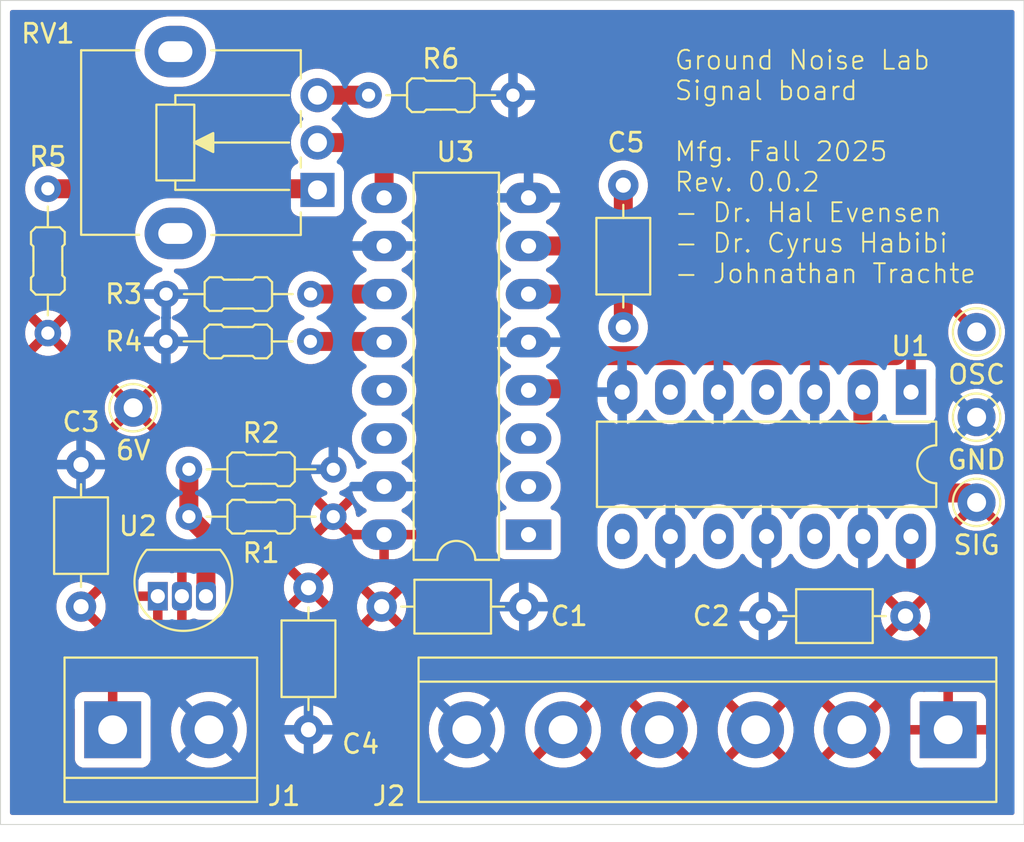
<source format=kicad_pcb>
(kicad_pcb (version 20241229) (generator "pcbnew") (generator_version "9.0")
  (layers (0 "F.Cu" signal) (2 "B.Cu" signal) (13 "F.Paste" user) (15 "B.Paste" user) (5 "F.SilkS" user "F.Silkscreen") (7 "B.SilkS" user "B.Silkscreen") (1 "F.Mask" user) (3 "B.Mask" user) (25 "Edge.Cuts" user))
  (net 0 "")
  (net 1 "Net-(U3-C1)")
  (net 2 "+9V")
  (net 3 "+6V")
  (net 4 "GND")
  (net 5 "/LDO_ADJ")
  (net 6 "/R1")
  (net 7 "OSC_Out")
  (net 13 "/R2")
  (net 14 "/VCO_IN")
  (net 15 "/CAP_FB")
  (net 16 "/SIG_Out")
  (net 22 "Net-(R5-Pad2)")
  (net 23 "Net-(R6-Pad1)")
  (footprint "Connector_Pin:Pin_D1.0mm_L10.0mm" (layer "F.Cu") (at 160 64)
    (property "Reference" "GND" (at 0 2.25 0) (layer "F.SilkS"))
    (property "Value" "GND")
    (fp_circle (center 0 0) (end 1.25 0.05) (stroke (width 0.12)) (fill no) (layer "F.SilkS"))
    (pad "1" thru_hole circle (at 0 0) (size 2 2) (drill 1) (layers "*.Cu" "*.Mask") (net 4 "GND"))
  )
  (footprint "Connector_Pin:Pin_D1.0mm_L10.0mm" (layer "F.Cu") (at 160 59.5)
    (property "Reference" "OSC" (at 0 2.25 0) (layer "F.SilkS"))
    (property "Value" "Osc")
    (fp_circle (center 0 0) (end 1.25 0.05) (stroke (width 0.12)) (fill no) (layer "F.SilkS"))
    (pad "1" thru_hole circle (at 0 0) (size 2 2) (drill 1) (layers "*.Cu" "*.Mask") (net 7 "OSC_Out"))
  )
  (footprint "Capacitor_THT:C_Axial_L3.8mm_D2.6mm_P7.50mm_Horizontal" (layer "F.Cu") (at 156.25 74.5 180)
    (property "Reference" "C2" (at 10.25 0 0) (layer "F.SilkS"))
    (property "Value" "0.1u")
    (fp_line (start 6.46 0) (end 5.77 0) (stroke (width 0.12)) (layer "F.SilkS"))
    (fp_line (start 5.77 1.42) (end 5.77 -1.42) (stroke (width 0.12)) (layer "F.SilkS"))
    (fp_line (start 5.77 -1.42) (end 1.73 -1.42) (stroke (width 0.12)) (layer "F.SilkS"))
    (fp_line (start 1.73 1.42) (end 5.77 1.42) (stroke (width 0.12)) (layer "F.SilkS"))
    (fp_line (start 1.73 -1.42) (end 1.73 1.42) (stroke (width 0.12)) (layer "F.SilkS"))
    (fp_line (start 1.04 0) (end 1.73 0) (stroke (width 0.12)) (layer "F.SilkS"))
    (pad "1" thru_hole circle (at 0 0 180) (size 1.6 1.6) (drill 0.8) (layers "*.Cu" "*.Mask") (net 3 "+6V"))
    (pad "2" thru_hole oval (at 7.5 0 180) (size 1.6 1.6) (drill 0.8) (layers "*.Cu" "*.Mask") (net 4 "GND"))
  )
  (footprint "Package_DIP:DIP-14_W7.62mm_LongPads" (layer "F.Cu") (at 156.54 62.675 -90)
    (property "Reference" "U1" (at -2.425 0.04 180) (layer "F.SilkS"))
    (property "Value" "74HC14")
    (fp_line (start 1.56 16.57) (end 6.06 16.57) (stroke (width 0.12)) (layer "F.SilkS"))
    (fp_line (start 6.06 16.57) (end 6.06 -1.33) (stroke (width 0.12)) (layer "F.SilkS"))
    (fp_line (start 1.56 -1.33) (end 1.56 16.57) (stroke (width 0.12)) (layer "F.SilkS"))
    (fp_line (start 2.81 -1.33) (end 1.56 -1.33) (stroke (width 0.12)) (layer "F.SilkS"))
    (fp_line (start 6.06 -1.33) (end 4.81 -1.33) (stroke (width 0.12)) (layer "F.SilkS"))
    (fp_arc (start 4.81 -1.33) (mid 3.81 -0.33) (end 2.81 -1.33) (stroke (width 0.12)) (layer "F.SilkS"))
    (pad "1" thru_hole rect (at 0 0 270) (size 2.4 1.6) (drill 0.8) (layers "*.Cu" "*.Mask") (net 7 "OSC_Out"))
    (pad "2" thru_hole oval (at 0 2.54 270) (size 2.4 1.6) (drill 0.8) (layers "*.Cu" "*.Mask") (net 16 "/SIG_Out"))
    (pad "3" thru_hole oval (at 0 5.08 270) (size 2.4 1.6) (drill 0.8) (layers "*.Cu" "*.Mask") (net 4 "GND"))
    (pad "4" thru_hole oval (at 0 7.62 270) (size 2.4 1.6) (drill 0.8) (layers "*.Cu" "*.Mask"))
    (pad "5" thru_hole oval (at 0 10.16 270) (size 2.4 1.6) (drill 0.8) (layers "*.Cu" "*.Mask") (net 4 "GND"))
    (pad "6" thru_hole oval (at 0 12.7 270) (size 2.4 1.6) (drill 0.8) (layers "*.Cu" "*.Mask"))
    (pad "7" thru_hole oval (at 0 15.24 270) (size 2.4 1.6) (drill 0.8) (layers "*.Cu" "*.Mask") (net 4 "GND"))
    (pad "8" thru_hole oval (at 7.62 15.24 270) (size 2.4 1.6) (drill 0.8) (layers "*.Cu" "*.Mask"))
    (pad "9" thru_hole oval (at 7.62 12.7 270) (size 2.4 1.6) (drill 0.8) (layers "*.Cu" "*.Mask") (net 4 "GND"))
    (pad "10" thru_hole oval (at 7.62 10.16 270) (size 2.4 1.6) (drill 0.8) (layers "*.Cu" "*.Mask"))
    (pad "11" thru_hole oval (at 7.62 7.62 270) (size 2.4 1.6) (drill 0.8) (layers "*.Cu" "*.Mask") (net 4 "GND"))
    (pad "12" thru_hole oval (at 7.62 5.08 270) (size 2.4 1.6) (drill 0.8) (layers "*.Cu" "*.Mask"))
    (pad "13" thru_hole oval (at 7.62 2.54 270) (size 2.4 1.6) (drill 0.8) (layers "*.Cu" "*.Mask") (net 4 "GND"))
    (pad "14" thru_hole oval (at 7.62 0 270) (size 2.4 1.6) (drill 0.8) (layers "*.Cu" "*.Mask") (net 3 "+6V"))
  )
  (footprint "TerminalBlock:TerminalBlock_bornier-6_P5.08mm" (layer "F.Cu") (at 158.5 80.5 180)
    (property "Reference" "J2" (at 29.5 -3.5 0) (layer "F.SilkS"))
    (property "Value" "Conn_01x06_Pin")
    (fp_line (start 27.94 3.81) (end 27.94 -3.81) (stroke (width 0.12)) (layer "F.SilkS"))
    (fp_line (start -2.54 3.81) (end 27.94 3.81) (stroke (width 0.12)) (layer "F.SilkS"))
    (fp_line (start -2.54 2.54) (end 27.94 2.54) (stroke (width 0.12)) (layer "F.SilkS"))
    (fp_line (start -2.54 -3.81) (end 27.94 -3.81) (stroke (width 0.12)) (layer "F.SilkS"))
    (fp_line (start -2.54 -3.81) (end -2.54 3.81) (stroke (width 0.12)) (layer "F.SilkS"))
    (pad "1" thru_hole rect (at 0 0 180) (size 3 3) (drill 1.52) (layers "*.Cu" "*.Mask") (net 16 "/SIG_Out"))
    (pad "2" thru_hole circle (at 5.08 0 180) (size 3 3) (drill 1.52) (layers "*.Cu" "*.Mask") (net 16 "/SIG_Out"))
    (pad "3" thru_hole circle (at 10.16 0 180) (size 3 3) (drill 1.52) (layers "*.Cu" "*.Mask") (net 16 "/SIG_Out"))
    (pad "4" thru_hole circle (at 15.24 0 180) (size 3 3) (drill 1.52) (layers "*.Cu" "*.Mask") (net 16 "/SIG_Out"))
    (pad "5" thru_hole circle (at 20.32 0 180) (size 3 3) (drill 1.52) (layers "*.Cu" "*.Mask") (net 16 "/SIG_Out"))
    (pad "6" thru_hole circle (at 25.4 0 180) (size 3 3) (drill 1.52) (layers "*.Cu" "*.Mask") (net 4 "GND"))
  )
  (footprint "PCM_Package_TO_SOT_THT_AKL:TO-92L_Inline" (layer "F.Cu") (at 116.8 73.45)
    (property "Reference" "U2" (at -1.05 -3.7 0) (layer "F.SilkS"))
    (property "Value" "LM317LZ" (hide yes))
    (fp_line (start 3.29 -2.45) (end -0.56 -2.45) (stroke (width 0.12)) (layer "F.SilkS"))
    (fp_arc (start 3.29 -2.45) (mid 1.356552 1.829449) (end -0.598611 -2.440122) (stroke (width 0.12)) (layer "F.SilkS"))
    (pad "1" thru_hole roundrect (at 2.54 0) (size 1.05 1.5) (drill 0.75) (layers "*.Cu" "*.Mask") (net 5 "/LDO_ADJ"))
    (pad "2" thru_hole rect (at 0 0) (size 1.05 1.5) (drill 0.75) (layers "*.Cu" "*.Mask") (net 2 "+9V"))
    (pad "3" thru_hole roundrect (at 1.27 0) (size 1.05 1.5) (drill 0.75) (layers "*.Cu" "*.Mask") (net 3 "+6V"))
  )
  (footprint "Capacitor_THT:C_Axial_L3.8mm_D2.6mm_P7.50mm_Horizontal" (layer "F.Cu") (at 124.75 73 -90)
    (property "Reference" "C4" (at 8.25 -2.75 180) (layer "F.SilkS"))
    (property "Value" "1u")
    (fp_line (start 1.73 1.42) (end 5.77 1.42) (stroke (width 0.12)) (layer "F.SilkS"))
    (fp_line (start 5.77 1.42) (end 5.77 -1.42) (stroke (width 0.12)) (layer "F.SilkS"))
    (fp_line (start 1.04 0) (end 1.73 0) (stroke (width 0.12)) (layer "F.SilkS"))
    (fp_line (start 6.46 0) (end 5.77 0) (stroke (width 0.12)) (layer "F.SilkS"))
    (fp_line (start 1.73 -1.42) (end 1.73 1.42) (stroke (width 0.12)) (layer "F.SilkS"))
    (fp_line (start 5.77 -1.42) (end 1.73 -1.42) (stroke (width 0.12)) (layer "F.SilkS"))
    (pad "1" thru_hole circle (at 0 0 270) (size 1.6 1.6) (drill 0.8) (layers "*.Cu" "*.Mask") (net 3 "+6V"))
    (pad "2" thru_hole oval (at 7.5 0 270) (size 1.6 1.6) (drill 0.8) (layers "*.Cu" "*.Mask") (net 4 "GND"))
  )
  (footprint "Capacitor_THT:C_Axial_L3.8mm_D2.6mm_P7.50mm_Horizontal" (layer "F.Cu") (at 141.36 51.75 -90)
    (property "Reference" "C5" (at -2.25 -0.14 180) (layer "F.SilkS"))
    (property "Value" "47p")
    (fp_line (start 1.73 1.42) (end 5.77 1.42) (stroke (width 0.12)) (layer "F.SilkS"))
    (fp_line (start 5.77 1.42) (end 5.77 -1.42) (stroke (width 0.12)) (layer "F.SilkS"))
    (fp_line (start 1.04 0) (end 1.73 0) (stroke (width 0.12)) (layer "F.SilkS"))
    (fp_line (start 6.46 0) (end 5.77 0) (stroke (width 0.12)) (layer "F.SilkS"))
    (fp_line (start 1.73 -1.42) (end 1.73 1.42) (stroke (width 0.12)) (layer "F.SilkS"))
    (fp_line (start 5.77 -1.42) (end 1.73 -1.42) (stroke (width 0.12)) (layer "F.SilkS"))
    (pad "1" thru_hole circle (at 0 0 270) (size 1.6 1.6) (drill 0.8) (layers "*.Cu" "*.Mask") (net 15 "/CAP_FB"))
    (pad "2" thru_hole oval (at 7.5 0 270) (size 1.6 1.6) (drill 0.8) (layers "*.Cu" "*.Mask") (net 1 "Net-(U3-C1)"))
  )
  (footprint "PCM_Resistor_THT_AKL:R_Axial_DIN0204_L3.6mm_D1.6mm_P7.62mm_Horizontal" (layer "F.Cu") (at 118.44 66.75)
    (property "Reference" "R2" (at 3.81 -1.92 0) (layer "F.SilkS"))
    (property "Value" "910" (hide yes))
    (fp_line (start 0.94 0) (end 1.89 0) (stroke (width 0.12)) (layer "F.SilkS"))
    (fp_line (start 1.89 0) (end 2.032 0) (stroke (width 0.12)) (layer "F.SilkS"))
    (fp_line (start 2.032 -0.635) (end 2.286 -0.889) (stroke (width 0.12)) (layer "F.SilkS"))
    (fp_line (start 2.032 0.635) (end 2.032 -0.635) (stroke (width 0.12)) (layer "F.SilkS"))
    (fp_line (start 2.032 0.635) (end 2.286 0.889) (stroke (width 0.12)) (layer "F.SilkS"))
    (fp_line (start 2.286 -0.889) (end 2.921 -0.889) (stroke (width 0.12)) (layer "F.SilkS"))
    (fp_line (start 2.286 0.889) (end 2.921 0.889) (stroke (width 0.12)) (layer "F.SilkS"))
    (fp_line (start 2.921 -0.889) (end 3.048 -0.762) (stroke (width 0.12)) (layer "F.SilkS"))
    (fp_line (start 2.921 0.889) (end 3.048 0.762) (stroke (width 0.12)) (layer "F.SilkS"))
    (fp_line (start 3.048 -0.762) (end 3.81 -0.762) (stroke (width 0.12)) (layer "F.SilkS"))
    (fp_line (start 3.048 0.762) (end 3.81 0.762) (stroke (width 0.12)) (layer "F.SilkS"))
    (fp_line (start 4.572 -0.762) (end 3.81 -0.762) (stroke (width 0.12)) (layer "F.SilkS"))
    (fp_line (start 4.572 0.762) (end 3.81 0.762) (stroke (width 0.12)) (layer "F.SilkS"))
    (fp_line (start 4.699 -0.889) (end 4.572 -0.762) (stroke (width 0.12)) (layer "F.SilkS"))
    (fp_line (start 4.699 0.889) (end 4.572 0.762) (stroke (width 0.12)) (layer "F.SilkS"))
    (fp_line (start 5.334 -0.889) (end 4.699 -0.889) (stroke (width 0.12)) (layer "F.SilkS"))
    (fp_line (start 5.334 0.889) (end 4.699 0.889) (stroke (width 0.12)) (layer "F.SilkS"))
    (fp_line (start 5.588 -0.635) (end 5.334 -0.889) (stroke (width 0.12)) (layer "F.SilkS"))
    (fp_line (start 5.588 -0.635) (end 5.588 0.635) (stroke (width 0.12)) (layer "F.SilkS"))
    (fp_line (start 5.588 0.635) (end 5.334 0.889) (stroke (width 0.12)) (layer "F.SilkS"))
    (fp_line (start 5.715 0) (end 5.588 0) (stroke (width 0.12)) (layer "F.SilkS"))
    (fp_line (start 6.68 0) (end 5.73 0) (stroke (width 0.12)) (layer "F.SilkS"))
    (pad "1" thru_hole circle (at 0 0) (size 1.4 1.4) (drill 0.7) (layers "*.Cu" "*.Mask") (net 5 "/LDO_ADJ"))
    (pad "2" thru_hole oval (at 7.62 0) (size 1.4 1.4) (drill 0.7) (layers "*.Cu" "*.Mask") (net 4 "GND"))
  )
  (footprint "PCM_Resistor_THT_AKL:R_Axial_DIN0204_L3.6mm_D1.6mm_P7.62mm_Horizontal" (layer "F.Cu") (at 111 59.56 90)
    (property "Reference" "R5" (at 9.31 0 180) (layer "F.SilkS"))
    (property "Value" "1k" (hide yes))
    (fp_line (start 5.334 -0.889) (end 4.699 -0.889) (stroke (width 0.12)) (layer "F.SilkS"))
    (fp_line (start 4.699 -0.889) (end 4.572 -0.762) (stroke (width 0.12)) (layer "F.SilkS"))
    (fp_line (start 2.921 -0.889) (end 3.048 -0.762) (stroke (width 0.12)) (layer "F.SilkS"))
    (fp_line (start 2.286 -0.889) (end 2.921 -0.889) (stroke (width 0.12)) (layer "F.SilkS"))
    (fp_line (start 4.572 -0.762) (end 3.81 -0.762) (stroke (width 0.12)) (layer "F.SilkS"))
    (fp_line (start 3.048 -0.762) (end 3.81 -0.762) (stroke (width 0.12)) (layer "F.SilkS"))
    (fp_line (start 5.588 -0.635) (end 5.334 -0.889) (stroke (width 0.12)) (layer "F.SilkS"))
    (fp_line (start 5.588 -0.635) (end 5.588 0.635) (stroke (width 0.12)) (layer "F.SilkS"))
    (fp_line (start 2.032 -0.635) (end 2.286 -0.889) (stroke (width 0.12)) (layer "F.SilkS"))
    (fp_line (start 6.68 0) (end 5.73 0) (stroke (width 0.12)) (layer "F.SilkS"))
    (fp_line (start 5.715 0) (end 5.588 0) (stroke (width 0.12)) (layer "F.SilkS"))
    (fp_line (start 1.89 0) (end 2.032 0) (stroke (width 0.12)) (layer "F.SilkS"))
    (fp_line (start 0.94 0) (end 1.89 0) (stroke (width 0.12)) (layer "F.SilkS"))
    (fp_line (start 5.588 0.635) (end 5.334 0.889) (stroke (width 0.12)) (layer "F.SilkS"))
    (fp_line (start 2.032 0.635) (end 2.032 -0.635) (stroke (width 0.12)) (layer "F.SilkS"))
    (fp_line (start 2.032 0.635) (end 2.286 0.889) (stroke (width 0.12)) (layer "F.SilkS"))
    (fp_line (start 4.572 0.762) (end 3.81 0.762) (stroke (width 0.12)) (layer "F.SilkS"))
    (fp_line (start 3.048 0.762) (end 3.81 0.762) (stroke (width 0.12)) (layer "F.SilkS"))
    (fp_line (start 5.334 0.889) (end 4.699 0.889) (stroke (width 0.12)) (layer "F.SilkS"))
    (fp_line (start 4.699 0.889) (end 4.572 0.762) (stroke (width 0.12)) (layer "F.SilkS"))
    (fp_line (start 2.921 0.889) (end 3.048 0.762) (stroke (width 0.12)) (layer "F.SilkS"))
    (fp_line (start 2.286 0.889) (end 2.921 0.889) (stroke (width 0.12)) (layer "F.SilkS"))
    (pad "1" thru_hole circle (at 0 0 90) (size 1.4 1.4) (drill 0.7) (layers "*.Cu" "*.Mask") (net 3 "+6V"))
    (pad "2" thru_hole oval (at 7.62 0 90) (size 1.4 1.4) (drill 0.7) (layers "*.Cu" "*.Mask") (net 22 "Net-(R5-Pad2)"))
  )
  (footprint "PCM_Resistor_THT_AKL:R_Axial_DIN0204_L3.6mm_D1.6mm_P7.62mm_Horizontal" (layer "F.Cu") (at 124.85 60 180)
    (property "Reference" "R4" (at 9.85 0 180) (layer "F.SilkS"))
    (property "Value" "31k6" (hide yes))
    (fp_line (start 6.68 0) (end 5.73 0) (stroke (width 0.12)) (layer "F.SilkS"))
    (fp_line (start 5.715 0) (end 5.588 0) (stroke (width 0.12)) (layer "F.SilkS"))
    (fp_line (start 5.588 0.635) (end 5.334 0.889) (stroke (width 0.12)) (layer "F.SilkS"))
    (fp_line (start 5.588 -0.635) (end 5.588 0.635) (stroke (width 0.12)) (layer "F.SilkS"))
    (fp_line (start 5.588 -0.635) (end 5.334 -0.889) (stroke (width 0.12)) (layer "F.SilkS"))
    (fp_line (start 5.334 0.889) (end 4.699 0.889) (stroke (width 0.12)) (layer "F.SilkS"))
    (fp_line (start 5.334 -0.889) (end 4.699 -0.889) (stroke (width 0.12)) (layer "F.SilkS"))
    (fp_line (start 4.699 0.889) (end 4.572 0.762) (stroke (width 0.12)) (layer "F.SilkS"))
    (fp_line (start 4.699 -0.889) (end 4.572 -0.762) (stroke (width 0.12)) (layer "F.SilkS"))
    (fp_line (start 4.572 0.762) (end 3.81 0.762) (stroke (width 0.12)) (layer "F.SilkS"))
    (fp_line (start 4.572 -0.762) (end 3.81 -0.762) (stroke (width 0.12)) (layer "F.SilkS"))
    (fp_line (start 3.048 0.762) (end 3.81 0.762) (stroke (width 0.12)) (layer "F.SilkS"))
    (fp_line (start 3.048 -0.762) (end 3.81 -0.762) (stroke (width 0.12)) (layer "F.SilkS"))
    (fp_line (start 2.921 0.889) (end 3.048 0.762) (stroke (width 0.12)) (layer "F.SilkS"))
    (fp_line (start 2.921 -0.889) (end 3.048 -0.762) (stroke (width 0.12)) (layer "F.SilkS"))
    (fp_line (start 2.286 0.889) (end 2.921 0.889) (stroke (width 0.12)) (layer "F.SilkS"))
    (fp_line (start 2.286 -0.889) (end 2.921 -0.889) (stroke (width 0.12)) (layer "F.SilkS"))
    (fp_line (start 2.032 0.635) (end 2.286 0.889) (stroke (width 0.12)) (layer "F.SilkS"))
    (fp_line (start 2.032 0.635) (end 2.032 -0.635) (stroke (width 0.12)) (layer "F.SilkS"))
    (fp_line (start 2.032 -0.635) (end 2.286 -0.889) (stroke (width 0.12)) (layer "F.SilkS"))
    (fp_line (start 1.89 0) (end 2.032 0) (stroke (width 0.12)) (layer "F.SilkS"))
    (fp_line (start 0.94 0) (end 1.89 0) (stroke (width 0.12)) (layer "F.SilkS"))
    (pad "1" thru_hole circle (at 0 0 180) (size 1.4 1.4) (drill 0.7) (layers "*.Cu" "*.Mask") (net 13 "/R2"))
    (pad "2" thru_hole oval (at 7.62 0 180) (size 1.4 1.4) (drill 0.7) (layers "*.Cu" "*.Mask") (net 4 "GND"))
  )
  (footprint "Package_DIP:DIP-16_W7.62mm_LongPads" (layer "F.Cu") (at 136.36 70.2 180)
    (property "Reference" "U3" (at 3.86 20.2 0) (layer "F.SilkS"))
    (property "Value" "4046")
    (fp_line (start 6.06 19.11) (end 6.06 -1.33) (stroke (width 0.12)) (layer "F.SilkS"))
    (fp_line (start 6.06 -1.33) (end 4.81 -1.33) (stroke (width 0.12)) (layer "F.SilkS"))
    (fp_line (start 2.81 -1.33) (end 1.56 -1.33) (stroke (width 0.12)) (layer "F.SilkS"))
    (fp_line (start 1.56 19.11) (end 6.06 19.11) (stroke (width 0.12)) (layer "F.SilkS"))
    (fp_line (start 1.56 -1.33) (end 1.56 19.11) (stroke (width 0.12)) (layer "F.SilkS"))
    (fp_arc (start 4.81 -1.33) (mid 3.81 -0.33) (end 2.81 -1.33) (stroke (width 0.12)) (layer "F.SilkS"))
    (pad "1" thru_hole rect (at 0 0 180) (size 2.4 1.6) (drill 0.8) (layers "*.Cu" "*.Mask"))
    (pad "2" thru_hole oval (at 0 2.54 180) (size 2.4 1.6) (drill 0.8) (layers "*.Cu" "*.Mask"))
    (pad "3" thru_hole oval (at 0 5.08 180) (size 2.4 1.6) (drill 0.8) (layers "*.Cu" "*.Mask"))
    (pad "4" thru_hole oval (at 0 7.62 180) (size 2.4 1.6) (drill 0.8) (layers "*.Cu" "*.Mask") (net 7 "OSC_Out"))
    (pad "5" thru_hole oval (at 0 10.16 180) (size 2.4 1.6) (drill 0.8) (layers "*.Cu" "*.Mask") (net 4 "GND"))
    (pad "6" thru_hole oval (at 0 12.7 180) (size 2.4 1.6) (drill 0.8) (layers "*.Cu" "*.Mask") (net 1 "Net-(U3-C1)"))
    (pad "7" thru_hole oval (at 0 15.24 180) (size 2.4 1.6) (drill 0.8) (layers "*.Cu" "*.Mask") (net 15 "/CAP_FB"))
    (pad "8" thru_hole oval (at 0 17.78 180) (size 2.4 1.6) (drill 0.8) (layers "*.Cu" "*.Mask") (net 4 "GND"))
    (pad "9" thru_hole oval (at 7.62 17.78 180) (size 2.4 1.6) (drill 0.8) (layers "*.Cu" "*.Mask") (net 14 "/VCO_IN"))
    (pad "10" thru_hole oval (at 7.62 15.24 180) (size 2.4 1.6) (drill 0.8) (layers "*.Cu" "*.Mask") (net 4 "GND"))
    (pad "11" thru_hole oval (at 7.62 12.7 180) (size 2.4 1.6) (drill 0.8) (layers "*.Cu" "*.Mask") (net 6 "/R1"))
    (pad "12" thru_hole oval (at 7.62 10.16 180) (size 2.4 1.6) (drill 0.8) (layers "*.Cu" "*.Mask") (net 13 "/R2"))
    (pad "13" thru_hole oval (at 7.62 7.62 180) (size 2.4 1.6) (drill 0.8) (layers "*.Cu" "*.Mask"))
    (pad "14" thru_hole oval (at 7.62 5.08 180) (size 2.4 1.6) (drill 0.8) (layers "*.Cu" "*.Mask"))
    (pad "15" thru_hole oval (at 7.62 2.54 180) (size 2.4 1.6) (drill 0.8) (layers "*.Cu" "*.Mask") (net 4 "GND"))
    (pad "16" thru_hole oval (at 7.62 0 180) (size 2.4 1.6) (drill 0.8) (layers "*.Cu" "*.Mask") (net 3 "+6V"))
  )
  (footprint "PCM_Resistor_THT_AKL:R_Axial_DIN0204_L3.6mm_D1.6mm_P7.62mm_Horizontal" (layer "F.Cu") (at 124.86 57.5 180)
    (property "Reference" "R3" (at 9.86 0 180) (layer "F.SilkS"))
    (property "Value" "1k13" (hide yes))
    (fp_line (start 6.68 0) (end 5.73 0) (stroke (width 0.12)) (layer "F.SilkS"))
    (fp_line (start 5.715 0) (end 5.588 0) (stroke (width 0.12)) (layer "F.SilkS"))
    (fp_line (start 5.588 0.635) (end 5.334 0.889) (stroke (width 0.12)) (layer "F.SilkS"))
    (fp_line (start 5.588 -0.635) (end 5.588 0.635) (stroke (width 0.12)) (layer "F.SilkS"))
    (fp_line (start 5.588 -0.635) (end 5.334 -0.889) (stroke (width 0.12)) (layer "F.SilkS"))
    (fp_line (start 5.334 0.889) (end 4.699 0.889) (stroke (width 0.12)) (layer "F.SilkS"))
    (fp_line (start 5.334 -0.889) (end 4.699 -0.889) (stroke (width 0.12)) (layer "F.SilkS"))
    (fp_line (start 4.699 0.889) (end 4.572 0.762) (stroke (width 0.12)) (layer "F.SilkS"))
    (fp_line (start 4.699 -0.889) (end 4.572 -0.762) (stroke (width 0.12)) (layer "F.SilkS"))
    (fp_line (start 4.572 0.762) (end 3.81 0.762) (stroke (width 0.12)) (layer "F.SilkS"))
    (fp_line (start 4.572 -0.762) (end 3.81 -0.762) (stroke (width 0.12)) (layer "F.SilkS"))
    (fp_line (start 3.048 0.762) (end 3.81 0.762) (stroke (width 0.12)) (layer "F.SilkS"))
    (fp_line (start 3.048 -0.762) (end 3.81 -0.762) (stroke (width 0.12)) (layer "F.SilkS"))
    (fp_line (start 2.921 0.889) (end 3.048 0.762) (stroke (width 0.12)) (layer "F.SilkS"))
    (fp_line (start 2.921 -0.889) (end 3.048 -0.762) (stroke (width 0.12)) (layer "F.SilkS"))
    (fp_line (start 2.286 0.889) (end 2.921 0.889) (stroke (width 0.12)) (layer "F.SilkS"))
    (fp_line (start 2.286 -0.889) (end 2.921 -0.889) (stroke (width 0.12)) (layer "F.SilkS"))
    (fp_line (start 2.032 0.635) (end 2.286 0.889) (stroke (width 0.12)) (layer "F.SilkS"))
    (fp_line (start 2.032 0.635) (end 2.032 -0.635) (stroke (width 0.12)) (layer "F.SilkS"))
    (fp_line (start 2.032 -0.635) (end 2.286 -0.889) (stroke (width 0.12)) (layer "F.SilkS"))
    (fp_line (start 1.89 0) (end 2.032 0) (stroke (width 0.12)) (layer "F.SilkS"))
    (fp_line (start 0.94 0) (end 1.89 0) (stroke (width 0.12)) (layer "F.SilkS"))
    (pad "1" thru_hole circle (at 0 0 180) (size 1.4 1.4) (drill 0.7) (layers "*.Cu" "*.Mask") (net 6 "/R1"))
    (pad "2" thru_hole oval (at 7.62 0 180) (size 1.4 1.4) (drill 0.7) (layers "*.Cu" "*.Mask") (net 4 "GND"))
  )
  (footprint "PCM_Resistor_THT_AKL:R_Axial_DIN0204_L3.6mm_D1.6mm_P7.62mm_Horizontal" (layer "F.Cu") (at 126.06 69.25 180)
    (property "Reference" "R1" (at 3.81 -1.92 0) (layer "F.SilkS"))
    (property "Value" "240" (hide yes))
    (fp_line (start 6.68 0) (end 5.73 0) (stroke (width 0.12)) (layer "F.SilkS"))
    (fp_line (start 5.715 0) (end 5.588 0) (stroke (width 0.12)) (layer "F.SilkS"))
    (fp_line (start 5.588 0.635) (end 5.334 0.889) (stroke (width 0.12)) (layer "F.SilkS"))
    (fp_line (start 5.588 -0.635) (end 5.588 0.635) (stroke (width 0.12)) (layer "F.SilkS"))
    (fp_line (start 5.588 -0.635) (end 5.334 -0.889) (stroke (width 0.12)) (layer "F.SilkS"))
    (fp_line (start 5.334 0.889) (end 4.699 0.889) (stroke (width 0.12)) (layer "F.SilkS"))
    (fp_line (start 5.334 -0.889) (end 4.699 -0.889) (stroke (width 0.12)) (layer "F.SilkS"))
    (fp_line (start 4.699 0.889) (end 4.572 0.762) (stroke (width 0.12)) (layer "F.SilkS"))
    (fp_line (start 4.699 -0.889) (end 4.572 -0.762) (stroke (width 0.12)) (layer "F.SilkS"))
    (fp_line (start 4.572 0.762) (end 3.81 0.762) (stroke (width 0.12)) (layer "F.SilkS"))
    (fp_line (start 4.572 -0.762) (end 3.81 -0.762) (stroke (width 0.12)) (layer "F.SilkS"))
    (fp_line (start 3.048 0.762) (end 3.81 0.762) (stroke (width 0.12)) (layer "F.SilkS"))
    (fp_line (start 3.048 -0.762) (end 3.81 -0.762) (stroke (width 0.12)) (layer "F.SilkS"))
    (fp_line (start 2.921 0.889) (end 3.048 0.762) (stroke (width 0.12)) (layer "F.SilkS"))
    (fp_line (start 2.921 -0.889) (end 3.048 -0.762) (stroke (width 0.12)) (layer "F.SilkS"))
    (fp_line (start 2.286 0.889) (end 2.921 0.889) (stroke (width 0.12)) (layer "F.SilkS"))
    (fp_line (start 2.286 -0.889) (end 2.921 -0.889) (stroke (width 0.12)) (layer "F.SilkS"))
    (fp_line (start 2.032 0.635) (end 2.286 0.889) (stroke (width 0.12)) (layer "F.SilkS"))
    (fp_line (start 2.032 0.635) (end 2.032 -0.635) (stroke (width 0.12)) (layer "F.SilkS"))
    (fp_line (start 2.032 -0.635) (end 2.286 -0.889) (stroke (width 0.12)) (layer "F.SilkS"))
    (fp_line (start 1.89 0) (end 2.032 0) (stroke (width 0.12)) (layer "F.SilkS"))
    (fp_line (start 0.94 0) (end 1.89 0) (stroke (width 0.12)) (layer "F.SilkS"))
    (pad "1" thru_hole circle (at 0 0 180) (size 1.4 1.4) (drill 0.7) (layers "*.Cu" "*.Mask") (net 3 "+6V"))
    (pad "2" thru_hole oval (at 7.62 0 180) (size 1.4 1.4) (drill 0.7) (layers "*.Cu" "*.Mask") (net 5 "/LDO_ADJ"))
  )
  (footprint "Capacitor_THT:C_Axial_L3.8mm_D2.6mm_P7.50mm_Horizontal" (layer "F.Cu") (at 112.75 74 90)
    (property "Reference" "C3" (at 9.75 0 180) (layer "F.SilkS"))
    (property "Value" "0.1u")
    (fp_line (start 5.77 -1.42) (end 1.73 -1.42) (stroke (width 0.12)) (layer "F.SilkS"))
    (fp_line (start 1.73 -1.42) (end 1.73 1.42) (stroke (width 0.12)) (layer "F.SilkS"))
    (fp_line (start 6.46 0) (end 5.77 0) (stroke (width 0.12)) (layer "F.SilkS"))
    (fp_line (start 1.04 0) (end 1.73 0) (stroke (width 0.12)) (layer "F.SilkS"))
    (fp_line (start 5.77 1.42) (end 5.77 -1.42) (stroke (width 0.12)) (layer "F.SilkS"))
    (fp_line (start 1.73 1.42) (end 5.77 1.42) (stroke (width 0.12)) (layer "F.SilkS"))
    (pad "1" thru_hole circle (at 0 0 90) (size 1.6 1.6) (drill 0.8) (layers "*.Cu" "*.Mask") (net 2 "+9V"))
    (pad "2" thru_hole oval (at 7.5 0 90) (size 1.6 1.6) (drill 0.8) (layers "*.Cu" "*.Mask") (net 4 "GND"))
  )
  (footprint "Capacitor_THT:C_Axial_L3.8mm_D2.6mm_P7.50mm_Horizontal" (layer "F.Cu") (at 128.61 74)
    (property "Reference" "C1" (at 9.89 0.5 0) (layer "F.SilkS"))
    (property "Value" "0.1u")
    (fp_line (start 1.04 0) (end 1.73 0) (stroke (width 0.12)) (layer "F.SilkS"))
    (fp_line (start 1.73 -1.42) (end 1.73 1.42) (stroke (width 0.12)) (layer "F.SilkS"))
    (fp_line (start 1.73 1.42) (end 5.77 1.42) (stroke (width 0.12)) (layer "F.SilkS"))
    (fp_line (start 5.77 -1.42) (end 1.73 -1.42) (stroke (width 0.12)) (layer "F.SilkS"))
    (fp_line (start 5.77 1.42) (end 5.77 -1.42) (stroke (width 0.12)) (layer "F.SilkS"))
    (fp_line (start 6.46 0) (end 5.77 0) (stroke (width 0.12)) (layer "F.SilkS"))
    (pad "1" thru_hole circle (at 0 0) (size 1.6 1.6) (drill 0.8) (layers "*.Cu" "*.Mask") (net 3 "+6V"))
    (pad "2" thru_hole oval (at 7.5 0) (size 1.6 1.6) (drill 0.8) (layers "*.Cu" "*.Mask") (net 4 "GND"))
  )
  (footprint "Connector_Pin:Pin_D1.0mm_L10.0mm" (layer "F.Cu") (at 115.5 63.5)
    (property "Reference" "6V" (at 0 2.25 0) (layer "F.SilkS"))
    (property "Value" "6 V")
    (fp_circle (center 0 0) (end 1.25 0.05) (stroke (width 0.12)) (fill no) (layer "F.SilkS"))
    (pad "1" thru_hole circle (at 0 0) (size 2 2) (drill 1) (layers "*.Cu" "*.Mask") (net 3 "+6V"))
  )
  (footprint "PCM_Potentiometer_THT_AKL:Potentiometer_Alpha_RD901F-40-00D_Single_Vertical" (layer "F.Cu") (at 125.225 52 180)
    (property "Reference" "RV1" (at 14.225 8.25 180) (layer "F.SilkS"))
    (property "Value" "1M" (hide yes))
    (fp_line (start 12.47 7.37) (end 12.47 -2.37) (stroke (width 0.12)) (layer "F.SilkS"))
    (fp_line (start 9.41 7.37) (end 12.47 7.37) (stroke (width 0.12)) (layer "F.SilkS"))
    (fp_line (start 9.41 -2.37) (end 12.47 -2.37) (stroke (width 0.12)) (layer "F.SilkS"))
    (fp_line (start 7.5 5) (end 1.5 5) (stroke (width 0.12)) (layer "F.SilkS"))
    (fp_line (start 7.5 4.5) (end 7.5 5) (stroke (width 0.12)) (layer "F.SilkS"))
    (fp_line (start 7.5 0.5) (end 7.5 0) (stroke (width 0.12)) (layer "F.SilkS"))
    (fp_line (start 7.5 0) (end 1.5 0) (stroke (width 0.12)) (layer "F.SilkS"))
    (fp_line (start 1.5 2.5) (end 6.5 2.5) (stroke (width 0.12)) (layer "F.SilkS"))
    (fp_line (start 0.88 7.37) (end 5.6 7.37) (stroke (width 0.12)) (layer "F.SilkS"))
    (fp_line (start 0.88 7.37) (end 0.88 5.88) (stroke (width 0.12)) (layer "F.SilkS"))
    (fp_line (start 0.88 4.16) (end 0.88 3.33) (stroke (width 0.12)) (layer "F.SilkS"))
    (fp_line (start 0.88 1.71) (end 0.88 1.18) (stroke (width 0.12)) (layer "F.SilkS"))
    (fp_line (start 0.88 -1.19) (end 0.88 -2.37) (stroke (width 0.12)) (layer "F.SilkS"))
    (fp_line (start 0.88 -2.38) (end 5.6 -2.38) (stroke (width 0.12)) (layer "F.SilkS"))
    (fp_rect (start 6.5 0.5) (end 8.5 4.5) (stroke (width 0.12)) (fill no) (layer "F.SilkS"))
    (fp_poly (pts (xy 6.5 2.5) (xy 5.5 3) (xy 5.5 2)) (stroke (width 0.12)) (fill yes) (layer "F.SilkS"))
    (pad "" thru_hole oval (at 7.5 -2.3 270) (size 2.72 3.24) (drill oval 1.1 1.8) (layers "*.Cu" "*.Mask"))
    (pad "" thru_hole oval (at 7.5 7.3 270) (size 2.72 3.24) (drill oval 1.1 1.8) (layers "*.Cu" "*.Mask"))
    (pad "1" thru_hole rect (at 0 0 270) (size 1.8 1.8) (drill 1) (layers "*.Cu" "*.Mask") (net 22 "Net-(R5-Pad2)"))
    (pad "2" thru_hole circle (at 0 2.5 270) (size 1.8 1.8) (drill 1) (layers "*.Cu" "*.Mask") (net 14 "/VCO_IN"))
    (pad "3" thru_hole circle (at 0 5 270) (size 1.8 1.8) (drill 1) (layers "*.Cu" "*.Mask") (net 23 "Net-(R6-Pad1)"))
  )
  (footprint "PCM_Resistor_THT_AKL:R_Axial_DIN0204_L3.6mm_D1.6mm_P7.62mm_Horizontal" (layer "F.Cu") (at 127.92 47)
    (property "Reference" "R6" (at 3.81 -1.92 0) (layer "F.SilkS"))
    (property "Value" "0" (hide yes))
    (fp_line (start 0.94 0) (end 1.89 0) (stroke (width 0.12)) (layer "F.SilkS"))
    (fp_line (start 1.89 0) (end 2.032 0) (stroke (width 0.12)) (layer "F.SilkS"))
    (fp_line (start 2.032 -0.635) (end 2.286 -0.889) (stroke (width 0.12)) (layer "F.SilkS"))
    (fp_line (start 2.032 0.635) (end 2.032 -0.635) (stroke (width 0.12)) (layer "F.SilkS"))
    (fp_line (start 2.032 0.635) (end 2.286 0.889) (stroke (width 0.12)) (layer "F.SilkS"))
    (fp_line (start 2.286 -0.889) (end 2.921 -0.889) (stroke (width 0.12)) (layer "F.SilkS"))
    (fp_line (start 2.286 0.889) (end 2.921 0.889) (stroke (width 0.12)) (layer "F.SilkS"))
    (fp_line (start 2.921 -0.889) (end 3.048 -0.762) (stroke (width 0.12)) (layer "F.SilkS"))
    (fp_line (start 2.921 0.889) (end 3.048 0.762) (stroke (width 0.12)) (layer "F.SilkS"))
    (fp_line (start 3.048 -0.762) (end 3.81 -0.762) (stroke (width 0.12)) (layer "F.SilkS"))
    (fp_line (start 3.048 0.762) (end 3.81 0.762) (stroke (width 0.12)) (layer "F.SilkS"))
    (fp_line (start 4.572 -0.762) (end 3.81 -0.762) (stroke (width 0.12)) (layer "F.SilkS"))
    (fp_line (start 4.572 0.762) (end 3.81 0.762) (stroke (width 0.12)) (layer "F.SilkS"))
    (fp_line (start 4.699 -0.889) (end 4.572 -0.762) (stroke (width 0.12)) (layer "F.SilkS"))
    (fp_line (start 4.699 0.889) (end 4.572 0.762) (stroke (width 0.12)) (layer "F.SilkS"))
    (fp_line (start 5.334 -0.889) (end 4.699 -0.889) (stroke (width 0.12)) (layer "F.SilkS"))
    (fp_line (start 5.334 0.889) (end 4.699 0.889) (stroke (width 0.12)) (layer "F.SilkS"))
    (fp_line (start 5.588 -0.635) (end 5.334 -0.889) (stroke (width 0.12)) (layer "F.SilkS"))
    (fp_line (start 5.588 -0.635) (end 5.588 0.635) (stroke (width 0.12)) (layer "F.SilkS"))
    (fp_line (start 5.588 0.635) (end 5.334 0.889) (stroke (width 0.12)) (layer "F.SilkS"))
    (fp_line (start 5.715 0) (end 5.588 0) (stroke (width 0.12)) (layer "F.SilkS"))
    (fp_line (start 6.68 0) (end 5.73 0) (stroke (width 0.12)) (layer "F.SilkS"))
    (pad "1" thru_hole circle (at 0 0) (size 1.4 1.4) (drill 0.7) (layers "*.Cu" "*.Mask") (net 23 "Net-(R6-Pad1)"))
    (pad "2" thru_hole oval (at 7.62 0) (size 1.4 1.4) (drill 0.7) (layers "*.Cu" "*.Mask") (net 4 "GND"))
  )
  (footprint "TerminalBlock:TerminalBlock_bornier-2_P5.08mm" (layer "F.Cu") (at 114.42 80.5)
    (property "Reference" "J1" (at 9.04 3.5 0) (layer "F.SilkS"))
    (property "Value" "Conn_01x02_Pin")
    (fp_line (start -2.54 -3.81) (end -2.54 3.81) (stroke (width 0.12)) (layer "F.SilkS"))
    (fp_line (start -2.54 3.81) (end 7.62 3.81) (stroke (width 0.12)) (layer "F.SilkS"))
    (fp_line (start 7.62 -3.81) (end -2.54 -3.81) (stroke (width 0.12)) (layer "F.SilkS"))
    (fp_line (start 7.62 2.54) (end -2.54 2.54) (stroke (width 0.12)) (layer "F.SilkS"))
    (fp_line (start 7.62 3.81) (end 7.62 -3.81) (stroke (width 0.12)) (layer "F.SilkS"))
    (pad "1" thru_hole rect (at 0 0) (size 3 3) (drill 1.52) (layers "*.Cu" "*.Mask") (net 2 "+9V"))
    (pad "2" thru_hole circle (at 5.08 0) (size 3 3) (drill 1.52) (layers "*.Cu" "*.Mask") (net 4 "GND"))
  )
  (footprint "Connector_Pin:Pin_D1.0mm_L10.0mm" (layer "F.Cu") (at 160 68.5)
    (property "Reference" "SIG" (at 0 2.25 0) (layer "F.SilkS"))
    (property "Value" "Sig")
    (fp_circle (center 0 0) (end 1.25 0.05) (stroke (width 0.12)) (fill no) (layer "F.SilkS"))
    (pad "1" thru_hole circle (at 0 0) (size 2 2) (drill 1) (layers "*.Cu" "*.Mask") (net 16 "/SIG_Out"))
  )
  (gr_rect (start 108.5 42) (end 162.5 85.5) (stroke (width 0.05)) (fill no) (layer "Edge.Cuts"))
  (gr_text "Ground Noise Lab\nSignal board\n\nMfg. Fall 2025\nRev. 0.0.2\n- Dr. Hal Evensen\n- Dr. Cyrus Habibi\n- Johnathan Trachte" (at 144 57 0) (layer "F.SilkS") (effects (font (size 1 1) (thickness 0.1)) (justify left bottom)))
  (segment (start 136.36 57.5) (end 141 57.5) (width 1) (layer "F.Cu") (net 1))
  (segment (start 141 57.5) (end 141.36 57.86) (width 1) (layer "F.Cu") (net 1))
  (segment (start 141.36 57.86) (end 141.36 59.25) (width 1) (layer "F.Cu") (net 1))
  (segment (start 118.44 66.75) (end 118.44 69.25) (width 1) (layer "F.Cu") (net 5))
  (segment (start 119.34 70.15) (end 119.34 73.45) (width 1) (layer "F.Cu") (net 5))
  (segment (start 118.44 69.25) (end 119.34 70.15) (width 1) (layer "F.Cu") (net 5))
  (segment (start 128.74 57.5) (end 124.86 57.5) (width 1) (layer "F.Cu") (net 6))
  (segment (start 136.44 62.5) (end 138.19 62.5) (width 1) (layer "F.Cu") (net 7))
  (segment (start 139.94 60.75) (end 155.75 60.75) (width 1) (layer "F.Cu") (net 7))
  (segment (start 138.19 62.5) (end 139.94 60.75) (width 1) (layer "F.Cu") (net 7))
  (segment (start 136.36 62.58) (end 136.44 62.5) (width 1) (layer "F.Cu") (net 7))
  (segment (start 124.85 60) (end 128.7 60) (width 1) (layer "F.Cu") (net 13))
  (segment (start 128.7 60) (end 128.74 60.04) (width 1) (layer "F.Cu") (net 13))
  (segment (start 127.5 49.5) (end 128.74 50.74) (width 1) (layer "F.Cu") (net 14))
  (segment (start 128.74 50.74) (end 128.74 52.42) (width 1) (layer "F.Cu") (net 14))
  (segment (start 125.225 49.5) (end 127.5 49.5) (width 1) (layer "F.Cu") (net 14))
  (segment (start 141.36 51.75) (end 141.36 54.14) (width 1) (layer "F.Cu") (net 15))
  (segment (start 141.36 54.14) (end 140.54 54.96) (width 1) (layer "F.Cu") (net 15))
  (segment (start 140.54 54.96) (end 136.36 54.96) (width 1) (layer "F.Cu") (net 15))
  (segment (start 154 62.675) (end 154 64.5) (width 1) (layer "F.Cu") (net 16))
  (segment (start 157.5 68) (end 159.5 68) (width 1) (layer "F.Cu") (net 16))
  (segment (start 159.5 68) (end 160 68.5) (width 1) (layer "F.Cu") (net 16))
  (segment (start 154 64.5) (end 157.5 68) (width 1) (layer "F.Cu") (net 16))
  (segment (start 125.165 51.94) (end 125.225 52) (width 1) (layer "F.Cu") (net 22))
  (segment (start 111 51.94) (end 125.165 51.94) (width 1) (layer "F.Cu") (net 22))
  (segment (start 125.225 47) (end 127.92 47) (width 1) (layer "F.Cu") (net 23))
  (zone (net 7) (net_name "OSC_Out") (layer "F.Cu") (priority 2) (connect_pads (clearance 0.5)) (min_thickness 0.25) (fill yes (thermal_gap 0.5) (thermal_bridge_width 0.5))
    (polygon (pts (xy 155.5 60.25) (xy 155.5 64) (xy 157.5 64) (xy 157.5 61.75) (xy 159 60.5) (xy 160.75 60.5) (xy 161.25 59) (xy 160.5 58.25) (xy 158 58.25)))
  )
  (zone (net 3) (net_name "+6V") (layer "F.Cu") (priority 1) (connect_pads (clearance 0.5)) (min_thickness 0.25) (fill yes (thermal_gap 0.5) (thermal_bridge_width 0.5))
    (polygon (pts (xy 108.5 85.5) (xy 108.5 42) (xy 162.5 42) (xy 162.5 85.5)))
  )
  (zone (net 2) (net_name "+9V") (layer "F.Cu") (priority 3) (connect_pads (clearance 0.5)) (min_thickness 0.25) (fill yes (thermal_gap 0.5) (thermal_bridge_width 0.5))
    (polygon (pts (xy 112.75 82.5) (xy 112.25 82.25) (xy 112.25 78.25) (xy 111.75 77.25) (xy 111.75 73) (xy 112.5 72.25) (xy 116.75 72.25) (xy 117.25 72.75) (xy 117.25 77.25) (xy 116.5 78) (xy 116.5 82.25) (xy 116 82.5)))
  )
  (zone (net 16) (net_name "/SIG_Out") (layer "F.Cu") (priority 2) (connect_pads (clearance 0.5)) (min_thickness 0.25) (fill yes (thermal_gap 0.5) (thermal_bridge_width 0.5))
    (polygon (pts (xy 161.5 68.5) (xy 161.5 80.5) (xy 160 82.5) (xy 137 82.5) (xy 136.25 81.875) (xy 136.25 79.25) (xy 137.15 78.5) (xy 157.75 78.5) (xy 158.5 77.5) (xy 158.5 68.5)))
  )
  (zone (net 4) (net_name "GND") (layer "B.Cu") (connect_pads (clearance 0.5)) (min_thickness 0.25) (fill yes (thermal_gap 0.5) (thermal_bridge_width 0.5))
    (polygon (pts (xy 108.5 42) (xy 162.5 42) (xy 162.5 85.5) (xy 108.5 85.5)))
  )
)
</source>
